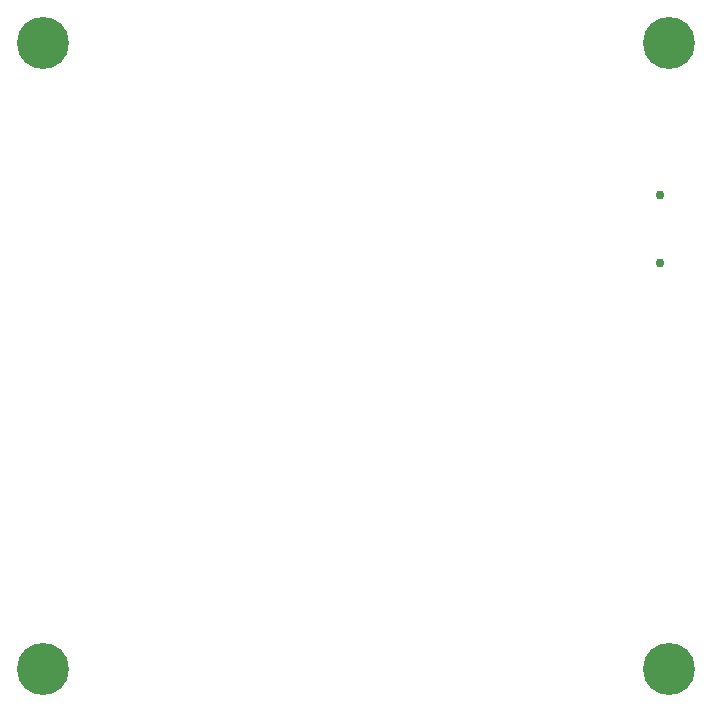
<source format=gbr>
%TF.GenerationSoftware,KiCad,Pcbnew,8.0.4*%
%TF.CreationDate,2024-10-29T22:25:36-05:00*%
%TF.ProjectId,flight-computer-lite,666c6967-6874-42d6-936f-6d7075746572,rev?*%
%TF.SameCoordinates,PX1312d00PY1312d00*%
%TF.FileFunction,Soldermask,Bot*%
%TF.FilePolarity,Negative*%
%FSLAX46Y46*%
G04 Gerber Fmt 4.6, Leading zero omitted, Abs format (unit mm)*
G04 Created by KiCad (PCBNEW 8.0.4) date 2024-10-29 22:25:36*
%MOMM*%
%LPD*%
G01*
G04 APERTURE LIST*
%ADD10C,0.751600*%
%ADD11C,4.401600*%
G04 APERTURE END LIST*
D10*
%TO.C,J1*%
X58215000Y-24640000D03*
X58215000Y-18860000D03*
%TD*%
D11*
%TO.C,H4*%
X6000000Y-59000000D03*
%TD*%
%TO.C,H3*%
X59000000Y-59000000D03*
%TD*%
%TO.C,H2*%
X59000000Y-6000000D03*
%TD*%
%TO.C,H1*%
X6000000Y-6000000D03*
%TD*%
M02*

</source>
